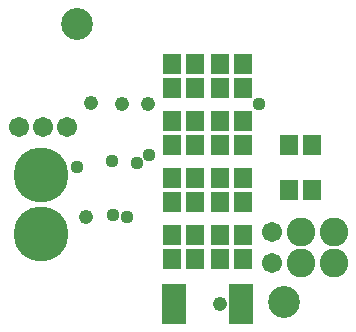
<source format=gbs>
G75*
G70*
%OFA0B0*%
%FSLAX24Y24*%
%IPPOS*%
%LPD*%
%AMOC8*
5,1,8,0,0,1.08239X$1,22.5*
%
%ADD10C,0.1064*%
%ADD11C,0.1830*%
%ADD12C,0.0955*%
%ADD13R,0.0592X0.0671*%
%ADD14R,0.0789X0.1340*%
%ADD15C,0.0671*%
%ADD16C,0.0437*%
%ADD17C,0.0476*%
D10*
X009706Y001494D03*
X002816Y010746D03*
D11*
X001604Y003759D03*
X001604Y005709D03*
D12*
X010254Y003816D03*
X010254Y002766D03*
X011354Y002766D03*
X011354Y003816D03*
D13*
X010628Y005212D03*
X009880Y005212D03*
X009880Y006712D03*
X010628Y006712D03*
X008328Y006712D03*
X007580Y006712D03*
X007580Y007512D03*
X008328Y007512D03*
X008328Y008612D03*
X008328Y009412D03*
X007580Y009412D03*
X007580Y008612D03*
X006728Y008612D03*
X006728Y009412D03*
X005980Y009412D03*
X005980Y008612D03*
X005980Y007512D03*
X006728Y007512D03*
X006728Y006712D03*
X005980Y006712D03*
X005980Y005612D03*
X006728Y005612D03*
X007580Y005612D03*
X008328Y005612D03*
X008328Y004812D03*
X007580Y004812D03*
X006728Y004812D03*
X005980Y004812D03*
X005980Y003712D03*
X006728Y003712D03*
X006728Y002912D03*
X007580Y002912D03*
X007580Y003712D03*
X008328Y003712D03*
X008328Y002912D03*
X005980Y002912D03*
D14*
X006051Y001412D03*
X008256Y001412D03*
D15*
X009304Y002766D03*
X009304Y003816D03*
X002454Y007312D03*
X001654Y007312D03*
X000854Y007312D03*
D16*
X002804Y005962D03*
X003954Y006178D03*
X004804Y006112D03*
X005204Y006362D03*
X004004Y004362D03*
X004454Y004322D03*
X008854Y008062D03*
D17*
X008354Y008612D03*
X005954Y006712D03*
X005154Y008062D03*
X004304Y008062D03*
X003254Y008112D03*
X003104Y004312D03*
X005954Y003712D03*
X007554Y001412D03*
X008254Y001312D03*
X008354Y004812D03*
M02*

</source>
